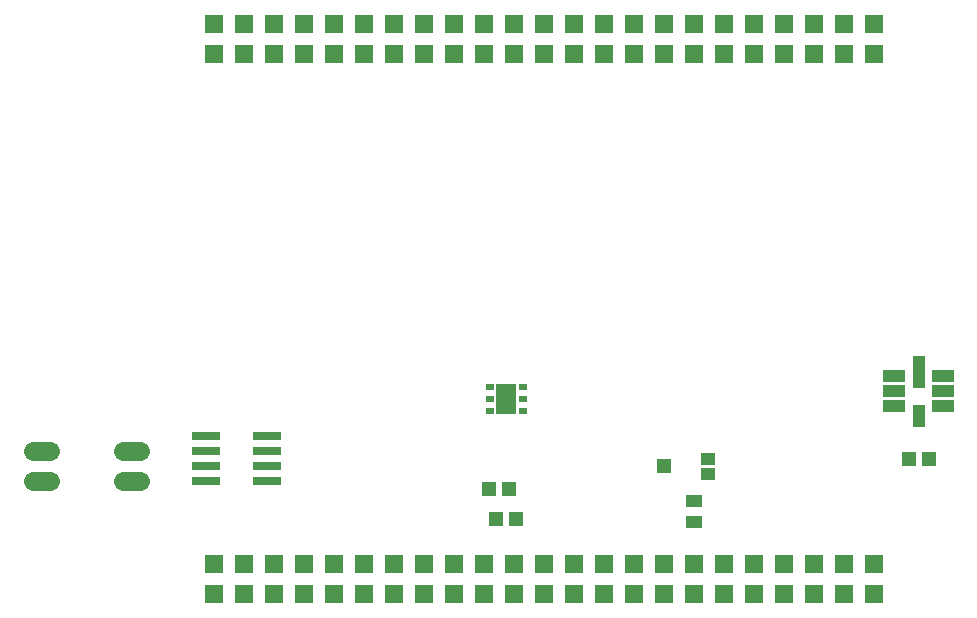
<source format=gts>
G75*
G70*
%OFA0B0*%
%FSLAX24Y24*%
%IPPOS*%
%LPD*%
%AMOC8*
5,1,8,0,0,1.08239X$1,22.5*
%
%ADD10R,0.0635X0.0635*%
%ADD11R,0.0395X0.1064*%
%ADD12R,0.0395X0.0737*%
%ADD13R,0.0737X0.0395*%
%ADD14R,0.0513X0.0474*%
%ADD15R,0.0513X0.0395*%
%ADD16R,0.0552X0.0395*%
%ADD17R,0.0316X0.0237*%
%ADD18R,0.0710X0.1025*%
%ADD19R,0.0946X0.0316*%
%ADD20C,0.0640*%
D10*
X007123Y001351D03*
X008123Y001351D03*
X009123Y001351D03*
X010123Y001351D03*
X011123Y001351D03*
X012123Y001351D03*
X013123Y001351D03*
X014123Y001351D03*
X015123Y001351D03*
X016123Y001351D03*
X017123Y001351D03*
X018123Y001351D03*
X019123Y001351D03*
X020123Y001351D03*
X021123Y001351D03*
X022123Y001351D03*
X023123Y001351D03*
X024123Y001351D03*
X025123Y001351D03*
X026123Y001351D03*
X027123Y001351D03*
X028123Y001351D03*
X029123Y001351D03*
X029123Y002351D03*
X028123Y002351D03*
X027123Y002351D03*
X026123Y002351D03*
X025123Y002351D03*
X024123Y002351D03*
X023123Y002351D03*
X022123Y002351D03*
X021123Y002351D03*
X020123Y002351D03*
X019123Y002351D03*
X018123Y002351D03*
X017123Y002351D03*
X016123Y002351D03*
X015123Y002351D03*
X014123Y002351D03*
X013123Y002351D03*
X012123Y002351D03*
X011123Y002351D03*
X010123Y002351D03*
X009123Y002351D03*
X008123Y002351D03*
X007123Y002351D03*
X007123Y019351D03*
X008123Y019351D03*
X009123Y019351D03*
X010123Y019351D03*
X011123Y019351D03*
X012123Y019351D03*
X013123Y019351D03*
X014123Y019351D03*
X015123Y019351D03*
X016123Y019351D03*
X017123Y019351D03*
X018123Y019351D03*
X019123Y019351D03*
X020123Y019351D03*
X021123Y019351D03*
X022123Y019351D03*
X023123Y019351D03*
X024123Y019351D03*
X025123Y019351D03*
X026123Y019351D03*
X027123Y019351D03*
X028123Y019351D03*
X029123Y019351D03*
X029123Y020351D03*
X028123Y020351D03*
X027123Y020351D03*
X026123Y020351D03*
X025123Y020351D03*
X024123Y020351D03*
X023123Y020351D03*
X022123Y020351D03*
X021123Y020351D03*
X020123Y020351D03*
X019123Y020351D03*
X018123Y020351D03*
X017123Y020351D03*
X016123Y020351D03*
X015123Y020351D03*
X014123Y020351D03*
X013123Y020351D03*
X012123Y020351D03*
X011123Y020351D03*
X010123Y020351D03*
X009123Y020351D03*
X008123Y020351D03*
X007123Y020351D03*
D11*
X030623Y008750D03*
D12*
X030623Y007288D03*
D13*
X029810Y007601D03*
X029810Y008101D03*
X029810Y008601D03*
X031436Y008601D03*
X031436Y008101D03*
X031436Y007601D03*
D14*
X030958Y005851D03*
X030288Y005851D03*
X022141Y005597D03*
X017208Y003851D03*
X016538Y003851D03*
X016288Y004851D03*
X016958Y004851D03*
D15*
X023609Y005345D03*
X023609Y005857D03*
D16*
X023123Y004455D03*
X023123Y003746D03*
D17*
X017424Y007457D03*
X017424Y007851D03*
X017424Y008244D03*
X016322Y008244D03*
X016322Y007851D03*
X016322Y007457D03*
D18*
X016873Y007851D03*
D19*
X008897Y006601D03*
X008897Y006101D03*
X008897Y005601D03*
X008897Y005101D03*
X006849Y005101D03*
X006849Y005601D03*
X006849Y006101D03*
X006849Y006601D03*
D20*
X004653Y006101D02*
X004093Y006101D01*
X004093Y005101D02*
X004653Y005101D01*
X001653Y005101D02*
X001093Y005101D01*
X001093Y006101D02*
X001653Y006101D01*
M02*

</source>
